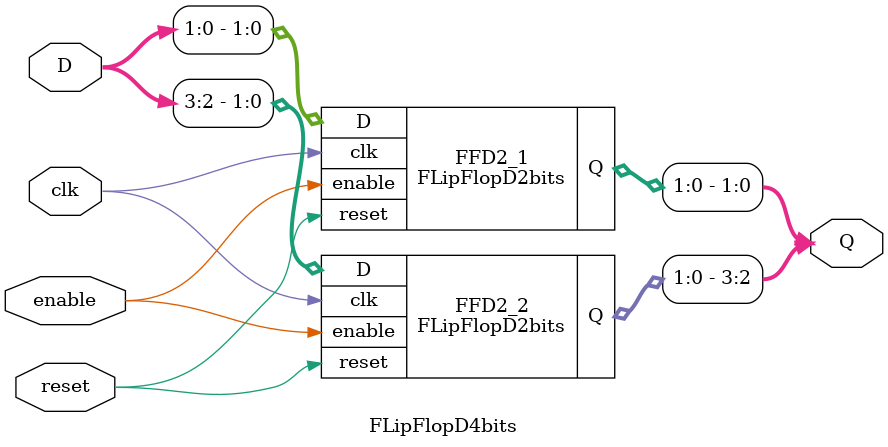
<source format=v>
module FLipFlopD1bit(input wire D,input wire clk,input wire reset, input wire enable,output Q);
reg Q;
	always @(posedge clk or posedge reset)  
		begin
			if(reset)
				begin
					Q <= 0; 
				end
			else if(enable==1) 
				begin
					Q <= D;
				end
			else
				begin
					Q <= Q;
		end
	end
endmodule 

module FLipFlopD2bits(input wire [1:0] D,input wire clk,input wire reset, input wire enable,output [1:0] Q);
FLipFlopD1bit FFD1_1 (D [0], clk, reset, enable, Q [0]);
FLipFlopD1bit FFD1_2 (D [1], clk, reset, enable, Q [1]);
endmodule

module FLipFlopD4bits(input wire [3:0] D,input wire clk,input wire reset, input wire enable,output [3:0] Q);
FLipFlopD2bits FFD2_1 (D [1:0], clk, reset, enable, Q [1:0]);
FLipFlopD2bits FFD2_2 (D [3:2], clk, reset, enable, Q [3:2]);
endmodule
</source>
